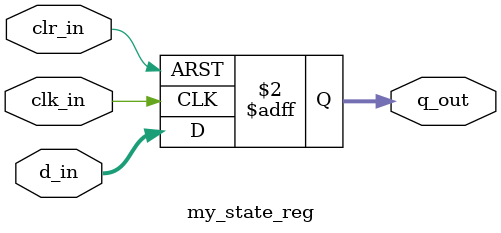
<source format=v>


//=========== ÑÒÐÓÊÒÓÐÍÀß ÑÕÅÌÀ =============================
//
//          !=======================[5:0]q_out=================!
//          !                                                  !
//          !   !-control_logic--!               !-state_reg-! !
//          !==>!     Y=F(X)     !      wire     !    DFF    ! !
// start ------>!                ! [5:0]int_data !           ! !    ram_ce
// wr_rd ------>![8:0]x   [5:0]y !==============>!d_in  q_out!=!==> done
// adr_limit -->!                !               !           !      inc_ram_adr
//              !                ! !------------>!clk_in     !      wr_err_reg
//              !                ! ! !---------->!clr_in     !
//              !----------------! ! !           !-----------!
// sys_clk ------------------------! !
// all_clear ------------------------!

//===========================================================

module ram_control_unit
    (
    start, wr_rd, adr_limit, all_clear, sys_clk,
    ram_ce, done, inc_ram_adr, wr_err_reg
    );
    input   start;      // ïóñê
    input   wr_rd;      // çàïèñü/÷òåíèå
    input   adr_limit;  // âñå àäðåñà îáðàáîòàíû
    input   all_clear;  // ñèñòåìíûé ñáðîñ
    input   sys_clk;    // îáùàÿ òàêòîâàÿ ñåòêà
    
    output  ram_ce;         // âûáîðêà ÎÇÓ
    output  done;           // ñáðîñ òðèããåðà "ðàáîòà"
    output  inc_ram_adr;    // À=À+1 (íà ñ÷åò÷èê àäðåñà ÎÇÓ)
    output  wr_err_reg;     // çàïèñü â ðåãèñòð îøèáîê


////================================!
//// Ìåæñîåäèíåíèÿ âõîäÿùèõ ìîäóëåé !
////================================!
    wire    [5:0] int_data;   // ìåæäó control_logic è âõîäàìè state_reg
    wire    [5:0] st_reg_out; // ìåæäó state_reg è âõîäàìè control_logic


//----------------------------------------------------------------!
// Ïîäêëþ÷åíèå êîìáèíàöèîííîé ñõåìû íà âõîäàõ ðåãèñòðà ñîñòîÿíèé. !
//----------------------------------------------------------------!
// !------------!        !----------!
// ! èìÿ ïðèìå- !        !   èìÿ    !
// !  íåííîãî   !        ! òåêóùåãî !
// !  ìîäóëÿ    !        !  ìîäóëÿ  !
// !------------!        !----------!
//      !                     !
//     \!/                   \!/
//      !                     !
    my_control_logic    control_logic
    (

// !-------------!       !--------!
// !   ñèãíàë    !       !ñèãíàë  !
// ! ïðèìåíåííîãî!       !òåêóùåãî!
// ! ìîäóëÿ      !       !ìîäóëÿ  !
// !-------------!       !--------!
//   !          _____________!
//   !         !
//  \!/       \!/
//   !         !
    .x      ({start, wr_rd, adr_limit,st_reg_out}),
    .y      (int_data)
    );

    //--------------------------------!
    // Ïîäêëþ÷åíèå ðåãèñòðà ñîñòîÿíèé !
    //--------------------------------!
    my_state_reg    state_reg
    (
     .d_in      (int_data),
     .clk_in    (sys_clk),
     .clr_in    (all_clear),
     .q_out     (st_reg_out)
     );
     
    //---------------------!
    // Âûõîäû óïðàâëÿòîðà  !
    //---------------------!
    assign  ram_ce       = (st_reg_out[5]); 
    assign  done         = (st_reg_out[4]);
    assign  inc_ram_adr  = (st_reg_out[3]);
    assign  wr_err_reg   = (st_reg_out[2]);
endmodule


//==============================!
// ÎÏÈÑÀÍÈÅ ÂÕÎÄßÙÈÕ ÌÎÄÓËÅÉ    !
// äëÿ èñïîëüçîâàíèÿ â ïðîåêòå  !
//==============================!

//-my_control_logic--------------------------!
// Êîìáèíàöèîííàÿ ñõåìà íà âõîäàõ            !
// ðåãèñòðà ñîñòîÿíèé.                       !
// y = F(óïð. âõîäû, âûõîäû ðåãèñòðà).       !
// Ò.å. ãåíåðèðóåò ïîñëåäóþùåå ñîñòîÿíèå     !
// óïðàâëÿòîðà êàê ôóíêöèþ îò óïðàâëÿþùèõ    !
// âõîäîâ  è îò òåêóùåãî ñîñòîÿíèÿ,          !
// îïðåäåëÿåìîãî âûõîäàìè ðåãèñòðà ñîñòîÿíèé !
//-------------------------------------------!

module my_control_logic(x, y);
    // Âõîäû
    input       [8:0] x; // óïð. âõîäû + âñå âûõîäû state_reg
    // Âûõîäû
    output reg	[5:0] y; // âûõîäû state_reg[5:2]
    // Ýòî âûõîäû óïðàâëÿòîðà.
    // Ââåäåíû òàêæå äâà äîïîëíèòåëüíûõ ðàçðÿäà [1] è [0] äëÿ  ðàçëè÷èÿ
    // ñîñòîÿíèé state_reg ïðè îäèíàêîâûõ âûõîäíûõ ñèãíàëàõ óïðàâëÿòîðà è äëÿ
    // îáåñïå÷åíèÿ êîððåêòíîñòè ïåðåõîäîâ ìåæäó ñîñòîÿíèÿìè
    
    parameter idle  = 6'b100000;
    parameter w1    = 6'b000001;
    parameter w2    = 6'b100001;
    parameter w3_1  = 6'b110001;
    parameter w3_2  = 6'b101001;
    parameter r1    = 6'b000010;
    parameter r2    = 6'b000110;
    parameter r3    = 6'b100010;
    parameter r4_1  = 6'b110010;
    parameter r4_2  = 6'b101010;

    always@ (x)

// ****** Òàáëèöà ïåðåõîäîâ *********************************************
begin
//          !-------------------!  !----------!  !-------------!  !----------!
//          ! âõîäû ñõåìû - ýòî !  !  âûõîäû  !  !  ñëåäóþùåå  !  ! íîìåð    !
//          !   óïð. âõîäû è    !  !  ñõåìû   !  !  ñîñòîÿíèå  !  ! ïåðåõîäà !
//          ! òåêóùåå ñîñòîÿíèå !  !          !  !             !  !          !
//          !-------------------!  !----------!  !-------------!  !----------!
         if (x == {3'b000, idle})   y = idle;   // idle -> idle     (1)
    else if (x == {3'b001, idle})   y = idle;   // idle -> idle     (1)
    else if (x == {3'b010, idle})   y = idle;   // idle -> idle     (1)
    else if (x == {3'b011, idle})   y = idle;   // idle -> idle     (1)
            //-----------------------------------------------------------
    else if (x == {3'b100, idle})   y = w1;     // idle -> w1       (2)
    else if (x == {3'b101, idle})   y = w1;     // idle -> w1       (2)
            //-----------------------------------------------------------
    else if (x == {3'b110, idle})   y = r1;     // idle -> r1       (3)
    else if (x == {3'b111, idle})   y = r1;     // idle -> r1       (3)
            //-----------------------------------------------------------
    else if (x == {3'b100, w1})     y = w2;     // w1   -> w2       (4)
    else if (x == {3'b101, w1})     y = w2;     // w1   -> w2       (4)
            //-----------------------------------------------------------
    else if (x == {3'b101, w2})     y = w3_1;   // w2   -> w3_1     (5)
            //-----------------------------------------------------------
    else if (x == {3'b100, w2})     y = w3_2;   // w2   -> w3-2     (6)
            //-----------------------------------------------------------
    else if (x == {3'b100, w3_1})   y = idle;   // w3-1 -> idle     (7)
    else if (x == {3'b101, w3_1})   y = idle;   // w3-1 -> idle     (7)
            //-----------------------------------------------------------
    else if (x == {3'b100, w3_2})   y = idle;   // w3-2 -> idle     (8)
    else if (x == {3'b101, w3_2})   y = idle;   // w3-2 -> idle     (8)
            //-----------------------------------------------------------
    else if (x == {3'b110, r1})     y = r2;     // r1   -> r2       (9)
    else if (x == {3'b111, r1})     y = r2;     // r1   -> r2       (9)
            //-----------------------------------------------------------
    else if (x == {3'b110, r2})     y = r3;     // r2   -> r3       (10)
    else if (x == {3'b111, r2})     y = r3;     // r2   -> r3       (10)
            //-----------------------------------------------------------
    else if (x == {3'b110, r3})     y = r4_2;   // r3 -> r4_2       (11)
            //-----------------------------------------------------------
    else if (x == {3'b111, r3})     y = r4_1;   // r3 -> r4_1       (12)
            //-----------------------------------------------------------
    else if (x == {3'b110, r4_1})  y = idle;    // r4_1 -> idle     (13)
    else if (x == {3'b111, r4_1})  y = idle;    // r4_1 -> idle     (13)
            //-----------------------------------------------------------
    else if (x == {3'b110, r4_2})  y = idle;    // r4_2 -> idle     (14)
    else if (x == {3'b111, r4_2})  y = idle;    // r4_2 -> idle     (14)
            //-----------------------------------------------------------
    else                           y = idle;    // íà âñÿêèé ñëó÷àé.
            //-----------------------------------------------------------
//****** Êîíåö òàáëèöû ïåðåõîäîâ ****************************************

end
endmodule


//-my_state_reg------------------------!
// Ðåãèñòð ñîñòîÿíèé. Åãî âûõîäû [5:2] !
// ÿâëÿþòñÿ âûõîäàìè óïðàâëÿòîðà       !
//-------------------------------------!

module my_state_reg (d_in, clk_in, clr_in, q_out);

    //Âõîäû
    input [5:0]d_in;    // äàííûå
    input clk_in;       // òàêòèðîâàíèå
    input clr_in;       // àñèíõðîííûé ñáðîñ
    //Âûõîäû
    output reg [5:0]q_out; // äàííûå

    always @ (posedge clr_in or posedge clk_in)
begin
    if (clr_in)
    q_out <= 6'b100000;//àñèíõðîííûé ñáðîñ
    else
    q_out <= d_in;	// çàïèñü ïî ïîëîæèòåëüíîìó ôðîíòó
end
endmodule


</source>
